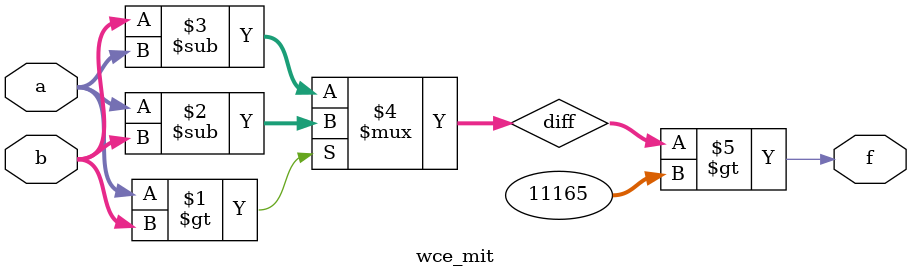
<source format=v>
module wce_mit(a, b, f);
parameter _bit = 16;
parameter wce = 11165;
input [_bit - 1: 0] a;
input [_bit - 1: 0] b;
output f;
wire [_bit - 1: 0] diff;
assign diff = (a > b)? (a - b): (b - a);
assign f = (diff > wce);
endmodule

</source>
